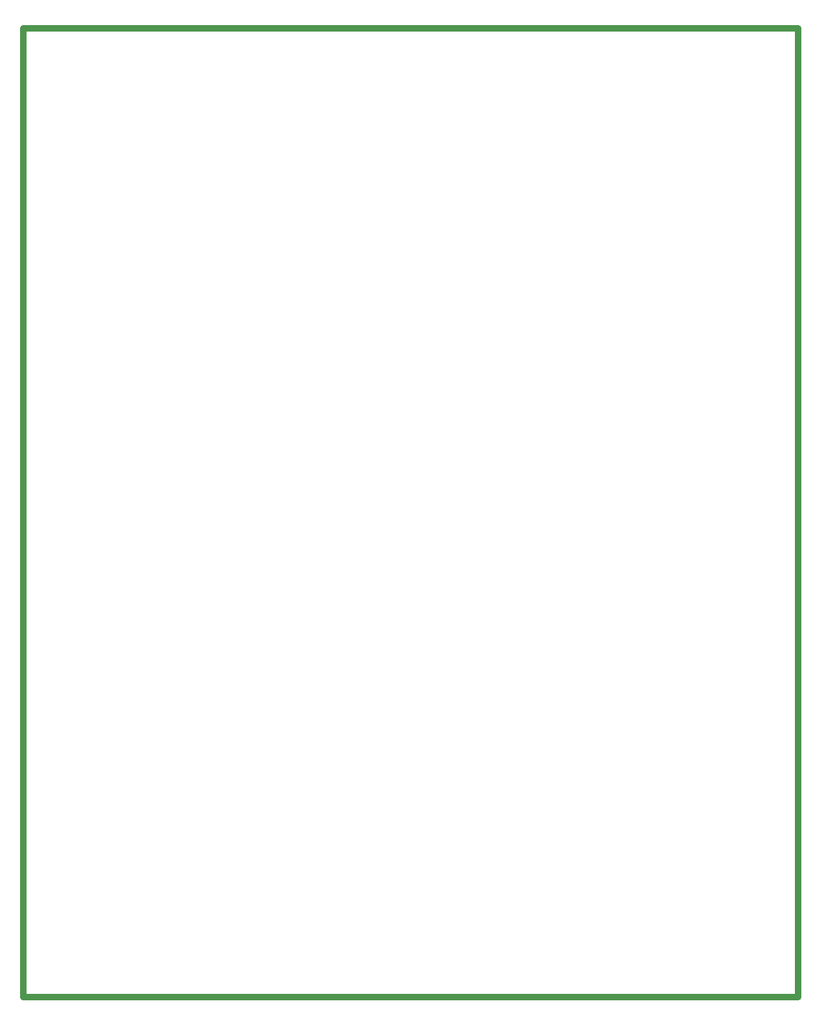
<source format=gko>
G75*
%MOIN*%
%OFA0B0*%
%FSLAX25Y25*%
%IPPOS*%
%LPD*%
%AMOC8*
5,1,8,0,0,1.08239X$1,22.5*
%
%ADD10C,0.03000*%
D10*
X0002500Y0002500D02*
X0002500Y0452500D01*
X0362500Y0452500D01*
X0362500Y0002500D01*
X0002500Y0002500D01*
M02*

</source>
